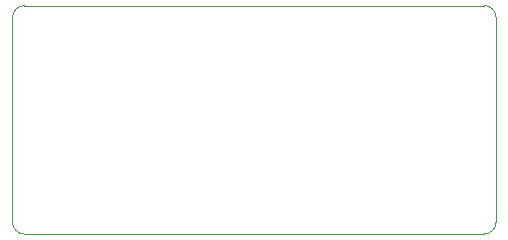
<source format=gbr>
%TF.GenerationSoftware,KiCad,Pcbnew,8.0.1*%
%TF.CreationDate,2024-10-05T18:53:12+08:00*%
%TF.ProjectId,TPS54331_EVA_Board,54505335-3433-4333-915f-4556415f426f,rev?*%
%TF.SameCoordinates,Original*%
%TF.FileFunction,Profile,NP*%
%FSLAX46Y46*%
G04 Gerber Fmt 4.6, Leading zero omitted, Abs format (unit mm)*
G04 Created by KiCad (PCBNEW 8.0.1) date 2024-10-05 18:53:12*
%MOMM*%
%LPD*%
G01*
G04 APERTURE LIST*
%TA.AperFunction,Profile*%
%ADD10C,0.050000*%
%TD*%
G04 APERTURE END LIST*
D10*
X131950000Y-88092893D02*
G75*
G02*
X130942893Y-89100000I-1007100J-7D01*
G01*
X92007107Y-89100000D02*
X130942893Y-89100000D01*
X92007107Y-89100000D02*
G75*
G02*
X91000000Y-88092893I-7J1007100D01*
G01*
X91007107Y-70757107D02*
G75*
G02*
X92007107Y-69757107I999993J7D01*
G01*
X131950000Y-88092893D02*
X131942893Y-70757107D01*
X130942893Y-69757107D02*
X92007107Y-69757107D01*
X91007107Y-70757107D02*
X91000000Y-88092893D01*
X130942893Y-69757107D02*
G75*
G02*
X131942893Y-70757107I7J-999993D01*
G01*
M02*

</source>
